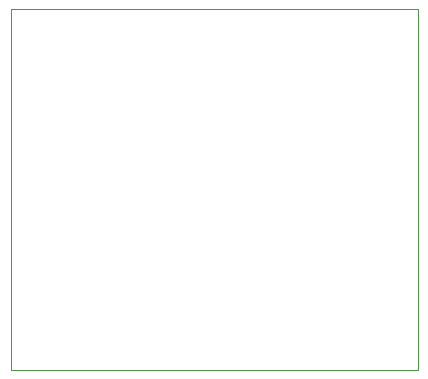
<source format=gbr>
%TF.GenerationSoftware,KiCad,Pcbnew,8.0.6*%
%TF.CreationDate,2025-06-23T21:39:08+01:00*%
%TF.ProjectId,blinky,626c696e-6b79-42e6-9b69-6361645f7063,0.1*%
%TF.SameCoordinates,Original*%
%TF.FileFunction,Profile,NP*%
%FSLAX46Y46*%
G04 Gerber Fmt 4.6, Leading zero omitted, Abs format (unit mm)*
G04 Created by KiCad (PCBNEW 8.0.6) date 2025-06-23 21:39:08*
%MOMM*%
%LPD*%
G01*
G04 APERTURE LIST*
%TA.AperFunction,Profile*%
%ADD10C,0.050000*%
%TD*%
G04 APERTURE END LIST*
D10*
X87950000Y-43970000D02*
X122450000Y-43970000D01*
X122450000Y-74470000D01*
X87950000Y-74470000D01*
X87950000Y-43970000D01*
M02*

</source>
